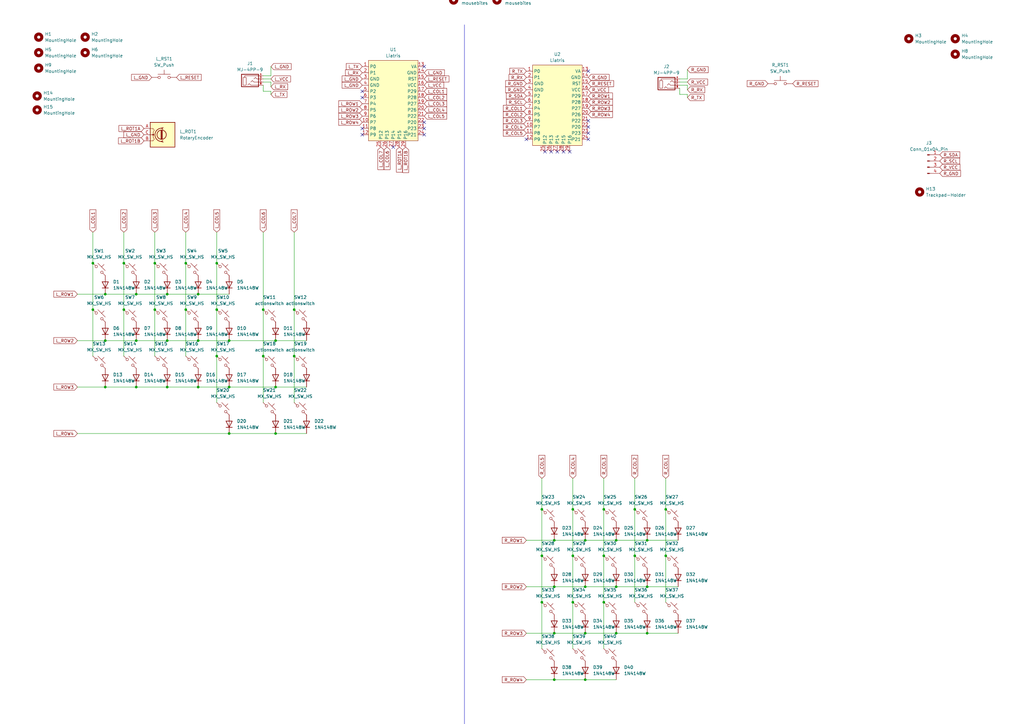
<source format=kicad_sch>
(kicad_sch (version 20230121) (generator eeschema)
  (paper "A3")
  (lib_symbols
    (symbol "Connector:Conn_01x04_Pin" (pin_names (offset 1.016) hide)
      (property "Reference" "J" (at 0 5.08 0))
      (property "Value" "Conn_01x04_Pin" (at 0 -7.62 0))
      (symbol "Conn_01x04_Pin_1_1"
        (pin passive line (at 5.08 2.54 180) (length 3.81) (name "Pin_1") (number "1"))
        (pin passive line (at 5.08 0 180) (length 3.81) (name "Pin_2") (number "2"))
        (pin passive line (at 5.08 -2.54 180) (length 3.81) (name "Pin_3") (number "3"))
        (pin passive line (at 5.08 -5.08 180) (length 3.81) (name "Pin_4") (number "4"))
      )
    )
    (symbol "Device:RotaryEncoder" (pin_names (offset 0.254) hide)
      (property "Reference" "SW" (at 0 6.604 0))
      (property "Value" "RotaryEncoder" (at 0 -6.604 0))
      (symbol "RotaryEncoder_1_1"
        (pin passive line (at -7.62 2.54 0) (length 2.54) (name "A") (number "A"))
        (pin passive line (at -7.62 -2.54 0) (length 2.54) (name "B") (number "B"))
        (pin passive line (at -7.62 0 0) (length 2.54) (name "C") (number "C"))
      )
    )
    (symbol "Diode:1N4148W" (pin_numbers hide) (pin_names hide)
      (property "Reference" "D" (at 0 2.54 0))
      (property "Value" "1N4148W" (at 0 -2.54 0))
      (symbol "1N4148W_1_1"
        (pin passive line (at -3.81 0 0) (length 2.54) (name "K") (number "1"))
        (pin passive line (at 3.81 0 180) (length 2.54) (name "A") (number "2"))
      )
    )
    (symbol "Mechanical:MountingHole" (pin_names (offset 1.016))
      (property "Reference" "H" (at 0 5.08 0))
      (property "Value" "MountingHole" (at 0 3.175 0))
    )
    (symbol "Switch:SW_Push" (pin_numbers hide) (pin_names (offset 1.016) hide)
      (property "Reference" "SW" (at 1.27 2.54 0))
      (property "Value" "SW_Push" (at 0 -1.524 0))
      (symbol "SW_Push_0_1"
        (pin passive line (at -5.08 0 0) (length 2.54) (name "1") (number "1"))
        (pin passive line (at 5.08 0 180) (length 2.54) (name "2") (number "2"))
      )
    )
    (symbol "marbastlib-promicroish:Liatris" (in_bom no)
      (property "Reference" "U" (at 0 20.32 0))
      (property "Value" "Liatris" (at 0 17.78 0))
      (symbol "Liatris_0_0"
        (pin bidirectional line (at -12.7 13.97 0) (length 2.54) (name "P0") (number "1"))
        (pin bidirectional line (at -12.7 -8.89 0) (length 2.54) (name "P7") (number "10"))
        (pin bidirectional line (at -12.7 -11.43 0) (length 2.54) (name "P8") (number "11"))
        (pin bidirectional line (at -12.7 -13.97 0) (length 2.54) (name "P9") (number "12"))
        (pin power_out line (at 12.7 11.43 180) (length 2.54) (name "GND") (number "14"))
        (pin bidirectional line (at 12.7 8.89 180) (length 2.54) (name "RST") (number "15"))
        (pin bidirectional line (at 12.7 3.81 180) (length 2.54) (name "P29") (number "17"))
        (pin bidirectional line (at 12.7 1.27 180) (length 2.54) (name "P28") (number "18"))
        (pin bidirectional line (at 12.7 -1.27 180) (length 2.54) (name "P27") (number "19"))
        (pin bidirectional line (at -12.7 11.43 0) (length 2.54) (name "P1") (number "2"))
        (pin bidirectional line (at 12.7 -3.81 180) (length 2.54) (name "P26") (number "20"))
        (pin bidirectional line (at 12.7 -6.35 180) (length 2.54) (name "P22") (number "21"))
        (pin bidirectional line (at 12.7 -8.89 180) (length 2.54) (name "P20") (number "22"))
        (pin bidirectional line (at 12.7 -11.43 180) (length 2.54) (name "P23") (number "23"))
        (pin bidirectional line (at 12.7 -13.97 180) (length 2.54) (name "P21") (number "24"))
        (pin power_out line (at -12.7 8.89 0) (length 2.54) (name "GND") (number "3"))
        (pin power_out line (at -12.7 6.35 0) (length 2.54) (name "GND") (number "4"))
        (pin bidirectional line (at -12.7 3.81 0) (length 2.54) (name "P2") (number "5"))
        (pin bidirectional line (at -12.7 1.27 0) (length 2.54) (name "P3") (number "6"))
        (pin bidirectional line (at -12.7 -1.27 0) (length 2.54) (name "P4") (number "7"))
        (pin bidirectional line (at -12.7 -3.81 0) (length 2.54) (name "P5") (number "8"))
        (pin bidirectional line (at -12.7 -6.35 0) (length 2.54) (name "P6") (number "9"))
      )
      (symbol "Liatris_1_0"
        (pin power_out line (at 12.7 13.97 180) (length 2.54) (name "VA") (number "13"))
        (pin power_out line (at 12.7 6.35 180) (length 2.54) (name "VCC") (number "16"))
        (pin bidirectional line (at -5.08 -19.05 90) (length 2.54) (name "P12") (number "25"))
        (pin bidirectional line (at -2.54 -19.05 90) (length 2.54) (name "P13") (number "26"))
        (pin bidirectional line (at 0 -19.05 90) (length 2.54) (name "P14") (number "27"))
        (pin bidirectional line (at 2.54 -19.05 90) (length 2.54) (name "P15") (number "28"))
        (pin bidirectional line (at 5.08 -19.05 90) (length 2.54) (name "P16") (number "29"))
      )
    )
    (symbol "sepp:MJ-4PP-9" (pin_names (offset 1.016))
      (property "Reference" "J" (at 0 3.81 0))
      (property "Value" "MJ-4PP-9" (at 0 -3.81 0))
      (symbol "MJ-4PP-9_1_1"
        (pin input line (at 5.08 1.905 180) (length 2.0066) (name "~") (number "A"))
        (pin input line (at 5.08 -1.905 180) (length 2.0066) (name "~") (number "B"))
        (pin input line (at 5.08 -0.635 180) (length 2.0066) (name "~") (number "C"))
        (pin input line (at 5.08 0.635 180) (length 2.0066) (name "~") (number "D"))
      )
    )
    (symbol "sepp:MX_SW_HS" (pin_numbers hide) (pin_names (offset 1.016) hide)
      (property "Reference" "SW" (at 3.048 1.016 0))
      (property "Value" "MX_SW_HS" (at 0 -3.81 0))
      (symbol "MX_SW_HS_0_1"
        (pin passive line (at -2.54 2.54 0) (length 0) (name "1") (number "1"))
        (pin passive line (at 2.54 -2.54 180) (length 0) (name "2") (number "2"))
      )
    )
    (symbol "sepp:actionswitch" (pin_numbers hide) (pin_names (offset 1.016) hide)
      (property "Reference" "SW" (at 3.048 1.016 0))
      (property "Value" "actionswitch" (at 0 -3.81 0))
      (symbol "actionswitch_0_1"
        (pin passive line (at -2.54 2.54 0) (length 0) (name "1") (number "1"))
        (pin passive line (at 2.54 -2.54 180) (length 0) (name "2") (number "2"))
      )
    )
    (symbol "sepp:mousebites" (pin_names (offset 1.016))
      (property "Reference" "H" (at 0 5.08 0))
      (property "Value" "mousebites" (at 0 3.175 0))
    )
  )
  (junction (at 265.43 240.665))
  (junction (at 81.28 120.65))
  (junction (at 247.65 208.915))
  (junction (at 227.33 240.665))
  (junction (at 38.1 107.95))
  (junction (at 252.73 259.715))
  (junction (at 68.58 139.7))
  (junction (at 76.2 107.95))
  (junction (at 50.8 127))
  (junction (at 252.73 221.615))
  (junction (at 107.95 146.05))
  (junction (at 76.2 127))
  (junction (at 55.88 120.65))
  (junction (at 240.03 221.615))
  (junction (at 93.98 177.8))
  (junction (at 252.73 240.665))
  (junction (at 273.05 227.965))
  (junction (at 63.5 107.95))
  (junction (at 88.9 146.05))
  (junction (at 55.88 139.7))
  (junction (at 120.65 127))
  (junction (at 68.58 120.65))
  (junction (at 50.8 107.95))
  (junction (at 247.65 247.015))
  (junction (at 222.25 247.015))
  (junction (at 222.25 208.915))
  (junction (at 234.95 227.965))
  (junction (at 93.98 139.7))
  (junction (at 93.98 158.75))
  (junction (at 63.5 127))
  (junction (at 38.1 127))
  (junction (at 240.03 278.765))
  (junction (at 43.18 139.7))
  (junction (at 120.65 146.05))
  (junction (at 227.33 259.715))
  (junction (at 222.25 227.965))
  (junction (at 240.03 240.665))
  (junction (at 240.03 259.715))
  (junction (at 234.95 247.015))
  (junction (at 43.18 158.75))
  (junction (at 81.28 158.75))
  (junction (at 265.43 259.715))
  (junction (at 68.58 158.75))
  (junction (at 234.95 208.915))
  (junction (at 55.88 158.75))
  (junction (at 88.9 107.95))
  (junction (at 43.18 120.65))
  (junction (at 113.03 177.8))
  (junction (at 265.43 221.615))
  (junction (at 247.65 227.965))
  (junction (at 260.35 208.915))
  (junction (at 113.03 139.7))
  (junction (at 107.95 127))
  (junction (at 260.35 227.965))
  (junction (at 81.28 139.7))
  (junction (at 88.9 127))
  (junction (at 113.03 158.75))
  (junction (at 227.33 278.765))
  (junction (at 227.33 221.615))
  (junction (at 273.05 208.915))
  (no_connect (at 241.3 49.53))
  (no_connect (at 233.68 62.23))
  (no_connect (at 173.99 27.305))
  (no_connect (at 173.99 55.245))
  (no_connect (at 173.99 50.165))
  (no_connect (at 161.29 60.325))
  (no_connect (at 215.9 57.15))
  (no_connect (at 226.06 62.23))
  (no_connect (at 148.59 52.705))
  (no_connect (at 228.6 62.23))
  (no_connect (at 173.99 52.705))
  (no_connect (at 148.59 55.245))
  (no_connect (at 223.52 62.23))
  (no_connect (at 148.59 40.005))
  (no_connect (at 148.59 37.465))
  (no_connect (at 241.3 29.21))
  (no_connect (at 241.3 52.07))
  (no_connect (at 241.3 57.15))
  (no_connect (at 241.3 54.61))
  (no_connect (at 231.14 62.23))
  (wire (pts (xy 88.9 127) (xy 88.9 146.05)))
  (wire (pts (xy 120.65 146.05) (xy 120.65 165.1)))
  (wire (pts (xy 68.58 139.7) (xy 81.28 139.7)))
  (wire (pts (xy 111.125 27.305) (xy 111.125 31.115)))
  (wire (pts (xy 247.65 247.015) (xy 247.65 266.065)))
  (wire (pts (xy 265.43 221.615) (xy 278.13 221.615)))
  (wire (pts (xy 227.33 259.715) (xy 240.03 259.715)))
  (wire (pts (xy 222.25 196.215) (xy 222.25 208.915)))
  (wire (pts (xy 31.75 158.75) (xy 43.18 158.75)))
  (wire (pts (xy 107.95 37.465) (xy 107.95 34.925)))
  (wire (pts (xy 265.43 240.665) (xy 278.13 240.665)))
  (wire (pts (xy 247.65 208.915) (xy 247.65 227.965)))
  (wire (pts (xy 38.1 95.25) (xy 38.1 107.95)))
  (wire (pts (xy 81.28 139.7) (xy 93.98 139.7)))
  (wire (pts (xy 76.2 107.95) (xy 76.2 127)))
  (wire (pts (xy 215.9 221.615) (xy 227.33 221.615)))
  (wire (pts (xy 234.95 196.215) (xy 234.95 208.915)))
  (wire (pts (xy 252.73 221.615) (xy 265.43 221.615)))
  (wire (pts (xy 93.98 158.75) (xy 113.03 158.75)))
  (wire (pts (xy 111.125 35.56) (xy 111.125 33.655)))
  (wire (pts (xy 111.125 33.655) (xy 107.95 33.655)))
  (wire (pts (xy 43.18 120.65) (xy 55.88 120.65)))
  (wire (pts (xy 111.125 38.735) (xy 111.125 37.465)))
  (wire (pts (xy 107.95 127) (xy 107.95 146.05)))
  (wire (pts (xy 240.03 259.715) (xy 252.73 259.715)))
  (wire (pts (xy 93.98 177.8) (xy 113.03 177.8)))
  (wire (pts (xy 111.125 31.115) (xy 107.95 31.115)))
  (wire (pts (xy 88.9 95.25) (xy 88.9 107.95)))
  (wire (pts (xy 281.94 33.655) (xy 278.765 33.655)))
  (wire (pts (xy 222.25 247.015) (xy 222.25 266.065)))
  (wire (pts (xy 281.94 32.385) (xy 278.765 32.385)))
  (wire (pts (xy 273.05 196.215) (xy 273.05 208.915)))
  (polyline (pts (xy 190.5 10.16) (xy 190.5 300.99)))
  (wire (pts (xy 281.94 36.83) (xy 281.94 34.925)))
  (wire (pts (xy 113.03 158.75) (xy 125.73 158.75)))
  (wire (pts (xy 76.2 127) (xy 76.2 146.05)))
  (wire (pts (xy 76.2 95.25) (xy 76.2 107.95)))
  (wire (pts (xy 50.8 107.95) (xy 50.8 127)))
  (wire (pts (xy 281.94 38.735) (xy 278.765 38.735)))
  (wire (pts (xy 247.65 227.965) (xy 247.65 247.015)))
  (wire (pts (xy 227.33 221.615) (xy 240.03 221.615)))
  (wire (pts (xy 227.33 240.665) (xy 240.03 240.665)))
  (wire (pts (xy 120.65 95.25) (xy 120.65 127)))
  (wire (pts (xy 63.5 107.95) (xy 63.5 127)))
  (wire (pts (xy 215.9 259.715) (xy 227.33 259.715)))
  (wire (pts (xy 113.03 177.8) (xy 125.73 177.8)))
  (wire (pts (xy 31.75 120.65) (xy 43.18 120.65)))
  (wire (pts (xy 113.03 139.7) (xy 125.73 139.7)))
  (wire (pts (xy 215.9 278.765) (xy 227.33 278.765)))
  (wire (pts (xy 260.35 196.215) (xy 260.35 208.915)))
  (wire (pts (xy 234.95 227.965) (xy 234.95 247.015)))
  (wire (pts (xy 63.5 95.25) (xy 63.5 107.95)))
  (wire (pts (xy 222.25 227.965) (xy 222.25 247.015)))
  (wire (pts (xy 81.28 120.65) (xy 93.98 120.65)))
  (wire (pts (xy 227.33 278.765) (xy 240.03 278.765)))
  (wire (pts (xy 222.25 208.915) (xy 222.25 227.965)))
  (wire (pts (xy 81.28 158.75) (xy 93.98 158.75)))
  (wire (pts (xy 111.125 32.385) (xy 107.95 32.385)))
  (wire (pts (xy 38.1 127) (xy 38.1 146.05)))
  (wire (pts (xy 93.98 139.7) (xy 113.03 139.7)))
  (wire (pts (xy 107.95 95.25) (xy 107.95 127)))
  (wire (pts (xy 281.94 40.005) (xy 281.94 38.735)))
  (wire (pts (xy 55.88 158.75) (xy 68.58 158.75)))
  (wire (pts (xy 247.65 196.215) (xy 247.65 208.915)))
  (wire (pts (xy 55.88 120.65) (xy 68.58 120.65)))
  (wire (pts (xy 273.05 227.965) (xy 273.05 247.015)))
  (wire (pts (xy 120.65 127) (xy 120.65 146.05)))
  (wire (pts (xy 240.03 278.765) (xy 252.73 278.765)))
  (wire (pts (xy 240.03 240.665) (xy 252.73 240.665)))
  (wire (pts (xy 252.73 240.665) (xy 265.43 240.665)))
  (wire (pts (xy 50.8 127) (xy 50.8 146.05)))
  (wire (pts (xy 252.73 259.715) (xy 265.43 259.715)))
  (wire (pts (xy 88.9 107.95) (xy 88.9 127)))
  (wire (pts (xy 240.03 221.615) (xy 252.73 221.615)))
  (wire (pts (xy 43.18 158.75) (xy 55.88 158.75)))
  (wire (pts (xy 111.125 37.465) (xy 107.95 37.465)))
  (wire (pts (xy 265.43 259.715) (xy 278.13 259.715)))
  (wire (pts (xy 234.95 208.915) (xy 234.95 227.965)))
  (wire (pts (xy 278.765 38.735) (xy 278.765 36.195)))
  (wire (pts (xy 234.95 247.015) (xy 234.95 266.065)))
  (wire (pts (xy 31.75 177.8) (xy 93.98 177.8)))
  (wire (pts (xy 68.58 158.75) (xy 81.28 158.75)))
  (wire (pts (xy 273.05 208.915) (xy 273.05 227.965)))
  (wire (pts (xy 38.1 107.95) (xy 38.1 127)))
  (wire (pts (xy 215.9 240.665) (xy 227.33 240.665)))
  (wire (pts (xy 281.94 28.575) (xy 281.94 32.385)))
  (wire (pts (xy 260.35 227.965) (xy 260.35 247.015)))
  (wire (pts (xy 107.95 146.05) (xy 107.95 165.1)))
  (wire (pts (xy 43.18 139.7) (xy 55.88 139.7)))
  (wire (pts (xy 281.94 34.925) (xy 278.765 34.925)))
  (wire (pts (xy 31.75 139.7) (xy 43.18 139.7)))
  (wire (pts (xy 55.88 139.7) (xy 68.58 139.7)))
  (wire (pts (xy 68.58 120.65) (xy 81.28 120.65)))
  (wire (pts (xy 260.35 208.915) (xy 260.35 227.965)))
  (wire (pts (xy 88.9 146.05) (xy 88.9 165.1)))
  (wire (pts (xy 50.8 95.25) (xy 50.8 107.95)))
  (wire (pts (xy 63.5 127) (xy 63.5 146.05)))
  (global_label "R_ROW1" (shape input) (at 215.9 221.615 180) (property "Intersheetrefs" "${INTERSHEET_REFS}" (effects hide)))
  (global_label "R_VCC" (shape input) (at 281.94 33.655 0) (property "Intersheetrefs" "${INTERSHEET_REFS}" (effects hide)))
  (global_label "R_COL5" (shape input) (at 215.9 54.61 180) (property "Intersheetrefs" "${INTERSHEET_REFS}" (effects hide)))
  (global_label "L_ROW2" (shape input) (at 31.75 139.7 180) (property "Intersheetrefs" "${INTERSHEET_REFS}" (effects hide)))
  (global_label "L_COL4" (shape input) (at 76.2 95.25 90) (property "Intersheetrefs" "${INTERSHEET_REFS}" (effects hide)))
  (global_label "R_ROW4" (shape input) (at 215.9 278.765 180) (property "Intersheetrefs" "${INTERSHEET_REFS}" (effects hide)))
  (global_label "L_GND" (shape input) (at 59.055 55.245 180) (property "Intersheetrefs" "${INTERSHEET_REFS}" (effects hide)))
  (global_label "R_COL1" (shape input) (at 215.9 44.45 180) (property "Intersheetrefs" "${INTERSHEET_REFS}" (effects hide)))
  (global_label "R_COL2" (shape input) (at 260.35 196.215 90) (property "Intersheetrefs" "${INTERSHEET_REFS}" (effects hide)))
  (global_label "L_TX" (shape input) (at 111.125 38.735 0) (property "Intersheetrefs" "${INTERSHEET_REFS}" (effects hide)))
  (global_label "L_ROT1A" (shape input) (at 163.83 60.325 270) (property "Intersheetrefs" "${INTERSHEET_REFS}" (effects hide)))
  (global_label "L_RESET" (shape input) (at 173.99 32.385 0) (property "Intersheetrefs" "${INTERSHEET_REFS}" (effects hide)))
  (global_label "L_COL5" (shape input) (at 173.99 47.625 0) (property "Intersheetrefs" "${INTERSHEET_REFS}" (effects hide)))
  (global_label "L_COL6" (shape input) (at 158.75 60.325 270) (property "Intersheetrefs" "${INTERSHEET_REFS}" (effects hide)))
  (global_label "L_ROW3" (shape input) (at 31.75 158.75 180) (property "Intersheetrefs" "${INTERSHEET_REFS}" (effects hide)))
  (global_label "L_TX" (shape input) (at 148.59 27.305 180) (property "Intersheetrefs" "${INTERSHEET_REFS}" (effects hide)))
  (global_label "R_GND" (shape input) (at 215.9 34.29 180) (property "Intersheetrefs" "${INTERSHEET_REFS}" (effects hide)))
  (global_label "R_VCC" (shape input) (at 385.445 68.58 0) (property "Intersheetrefs" "${INTERSHEET_REFS}" (effects hide)))
  (global_label "L_COL6" (shape input) (at 107.95 95.25 90) (property "Intersheetrefs" "${INTERSHEET_REFS}" (effects hide)))
  (global_label "L_COL3" (shape input) (at 63.5 95.25 90) (property "Intersheetrefs" "${INTERSHEET_REFS}" (effects hide)))
  (global_label "L_GND" (shape input) (at 148.59 34.925 180) (property "Intersheetrefs" "${INTERSHEET_REFS}" (effects hide)))
  (global_label "R_COL5" (shape input) (at 222.25 196.215 90) (property "Intersheetrefs" "${INTERSHEET_REFS}" (effects hide)))
  (global_label "R_TX" (shape input) (at 215.9 29.21 180) (property "Intersheetrefs" "${INTERSHEET_REFS}" (effects hide)))
  (global_label "L_VCC" (shape input) (at 111.125 32.385 0) (property "Intersheetrefs" "${INTERSHEET_REFS}" (effects hide)))
  (global_label "R_RX" (shape input) (at 281.94 36.83 0) (property "Intersheetrefs" "${INTERSHEET_REFS}" (effects hide)))
  (global_label "R_COL1" (shape input) (at 273.05 196.215 90) (property "Intersheetrefs" "${INTERSHEET_REFS}" (effects hide)))
  (global_label "R_GND" (shape input) (at 385.445 71.12 0) (property "Intersheetrefs" "${INTERSHEET_REFS}" (effects hide)))
  (global_label "L_ROW1" (shape input) (at 148.59 42.545 180) (property "Intersheetrefs" "${INTERSHEET_REFS}" (effects hide)))
  (global_label "L_ROW2" (shape input) (at 148.59 45.085 180) (property "Intersheetrefs" "${INTERSHEET_REFS}" (effects hide)))
  (global_label "R_ROW2" (shape input) (at 241.3 41.91 0) (property "Intersheetrefs" "${INTERSHEET_REFS}" (effects hide)))
  (global_label "L_COL3" (shape input) (at 173.99 42.545 0) (property "Intersheetrefs" "${INTERSHEET_REFS}" (effects hide)))
  (global_label "R_VCC" (shape input) (at 241.3 36.83 0) (property "Intersheetrefs" "${INTERSHEET_REFS}" (effects hide)))
  (global_label "R_COL4" (shape input) (at 215.9 52.07 180) (property "Intersheetrefs" "${INTERSHEET_REFS}" (effects hide)))
  (global_label "L_GND" (shape input) (at 111.125 27.305 0) (property "Intersheetrefs" "${INTERSHEET_REFS}" (effects hide)))
  (global_label "L_ROW3" (shape input) (at 148.59 47.625 180) (property "Intersheetrefs" "${INTERSHEET_REFS}" (effects hide)))
  (global_label "L_COL5" (shape input) (at 88.9 95.25 90) (property "Intersheetrefs" "${INTERSHEET_REFS}" (effects hide)))
  (global_label "R_ROW2" (shape input) (at 215.9 240.665 180) (property "Intersheetrefs" "${INTERSHEET_REFS}" (effects hide)))
  (global_label "L_ROT1B" (shape input) (at 166.37 60.325 270) (property "Intersheetrefs" "${INTERSHEET_REFS}" (effects hide)))
  (global_label "L_COL2" (shape input) (at 50.8 95.25 90) (property "Intersheetrefs" "${INTERSHEET_REFS}" (effects hide)))
  (global_label "R_GND" (shape input) (at 215.9 36.83 180) (property "Intersheetrefs" "${INTERSHEET_REFS}" (effects hide)))
  (global_label "L_VCC" (shape input) (at 173.99 34.925 0) (property "Intersheetrefs" "${INTERSHEET_REFS}" (effects hide)))
  (global_label "L_RX" (shape input) (at 148.59 29.845 180) (property "Intersheetrefs" "${INTERSHEET_REFS}" (effects hide)))
  (global_label "L_GND" (shape input) (at 148.59 32.385 180) (property "Intersheetrefs" "${INTERSHEET_REFS}" (effects hide)))
  (global_label "L_ROW4" (shape input) (at 31.75 177.8 180) (property "Intersheetrefs" "${INTERSHEET_REFS}" (effects hide)))
  (global_label "R_GND" (shape input) (at 241.3 31.75 0) (property "Intersheetrefs" "${INTERSHEET_REFS}" (effects hide)))
  (global_label "L_RESET" (shape input) (at 72.39 31.75 0) (property "Intersheetrefs" "${INTERSHEET_REFS}" (effects hide)))
  (global_label "L_COL4" (shape input) (at 173.99 45.085 0) (property "Intersheetrefs" "${INTERSHEET_REFS}" (effects hide)))
  (global_label "L_GND" (shape input) (at 173.99 29.845 0) (property "Intersheetrefs" "${INTERSHEET_REFS}" (effects hide)))
  (global_label "L_COL2" (shape input) (at 173.99 40.005 0) (property "Intersheetrefs" "${INTERSHEET_REFS}" (effects hide)))
  (global_label "R_RESET" (shape input) (at 325.12 34.29 0) (property "Intersheetrefs" "${INTERSHEET_REFS}" (effects hide)))
  (global_label "R_RX" (shape input) (at 215.9 31.75 180) (property "Intersheetrefs" "${INTERSHEET_REFS}" (effects hide)))
  (global_label "L_RX" (shape input) (at 111.125 35.56 0) (property "Intersheetrefs" "${INTERSHEET_REFS}" (effects hide)))
  (global_label "L_ROW1" (shape input) (at 31.75 120.65 180) (property "Intersheetrefs" "${INTERSHEET_REFS}" (effects hide)))
  (global_label "R_RESET" (shape input) (at 241.3 34.29 0) (property "Intersheetrefs" "${INTERSHEET_REFS}" (effects hide)))
  (global_label "L_COL7" (shape input) (at 120.65 95.25 90) (property "Intersheetrefs" "${INTERSHEET_REFS}" (effects hide)))
  (global_label "R_COL4" (shape input) (at 234.95 196.215 90) (property "Intersheetrefs" "${INTERSHEET_REFS}" (effects hide)))
  (global_label "R_TX" (shape input) (at 281.94 40.005 0) (property "Intersheetrefs" "${INTERSHEET_REFS}" (effects hide)))
  (global_label "R_COL3" (shape input) (at 215.9 49.53 180) (property "Intersheetrefs" "${INTERSHEET_REFS}" (effects hide)))
  (global_label "L_GND" (shape input) (at 62.23 31.75 180) (property "Intersheetrefs" "${INTERSHEET_REFS}" (effects hide)))
  (global_label "R_ROW4" (shape input) (at 241.3 46.99 0) (property "Intersheetrefs" "${INTERSHEET_REFS}" (effects hide)))
  (global_label "L_ROW4" (shape input) (at 148.59 50.165 180) (property "Intersheetrefs" "${INTERSHEET_REFS}" (effects hide)))
  (global_label "L_COL7" (shape input) (at 156.21 60.325 270) (property "Intersheetrefs" "${INTERSHEET_REFS}" (effects hide)))
  (global_label "R_SCL" (shape input) (at 385.445 66.04 0) (property "Intersheetrefs" "${INTERSHEET_REFS}" (effects hide)))
  (global_label "L_ROT1B" (shape input) (at 59.055 57.785 180) (property "Intersheetrefs" "${INTERSHEET_REFS}" (effects hide)))
  (global_label "R_ROW3" (shape input) (at 215.9 259.715 180) (property "Intersheetrefs" "${INTERSHEET_REFS}" (effects hide)))
  (global_label "R_COL2" (shape input) (at 215.9 46.99 180) (property "Intersheetrefs" "${INTERSHEET_REFS}" (effects hide)))
  (global_label "R_ROW3" (shape input) (at 241.3 44.45 0) (property "Intersheetrefs" "${INTERSHEET_REFS}" (effects hide)))
  (global_label "L_ROT1A" (shape input) (at 59.055 52.705 180) (property "Intersheetrefs" "${INTERSHEET_REFS}" (effects hide)))
  (global_label "R_GND" (shape input) (at 281.94 28.575 0) (property "Intersheetrefs" "${INTERSHEET_REFS}" (effects hide)))
  (global_label "R_SCL" (shape input) (at 215.9 41.91 180) (property "Intersheetrefs" "${INTERSHEET_REFS}" (effects hide)))
  (global_label "L_COL1" (shape input) (at 173.99 37.465 0) (property "Intersheetrefs" "${INTERSHEET_REFS}" (effects hide)))
  (global_label "R_ROW1" (shape input) (at 241.3 39.37 0) (property "Intersheetrefs" "${INTERSHEET_REFS}" (effects hide)))
  (global_label "R_GND" (shape input) (at 314.96 34.29 180) (property "Intersheetrefs" "${INTERSHEET_REFS}" (effects hide)))
  (global_label "R_SDA" (shape input) (at 385.445 63.5 0) (property "Intersheetrefs" "${INTERSHEET_REFS}" (effects hide)))
  (global_label "R_SDA" (shape input) (at 215.9 39.37 180) (property "Intersheetrefs" "${INTERSHEET_REFS}" (effects hide)))
  (global_label "L_COL1" (shape input) (at 38.1 95.25 90) (property "Intersheetrefs" "${INTERSHEET_REFS}" (effects hide)))
  (global_label "R_COL3" (shape input) (at 247.65 196.215 90) (property "Intersheetrefs" "${INTERSHEET_REFS}" (effects hide)))
  (symbol (lib_id "Diode:1N4148W") (at 252.73 236.855 90) (unit 1)
    (property "Reference" "D30" (at 255.905 235.585 90) (effects (justify right)))
    (property "Value" "1N4148W" (at 255.905 238.125 90) (effects (justify right)))
    (property "Footprint" "sepp:D_SOD-123" (effects hide))
    (property "Datasheet" "https://www.vishay.com/docs/85748/1n4148w.pdf" (effects hide))
    (property "Sim.Device" "D" (effects hide))
    (property "Sim.Pins" "1=K 2=A" (effects hide))
  )
  (symbol (lib_id "Diode:1N4148W") (at 265.43 255.905 90) (unit 1)
    (property "Reference" "D36" (at 268.605 254.635 90) (effects (justify right)))
    (property "Value" "1N4148W" (at 268.605 257.175 90) (effects (justify right)))
    (property "Footprint" "sepp:D_SOD-123" (effects hide))
    (property "Datasheet" "https://www.vishay.com/docs/85748/1n4148w.pdf" (effects hide))
    (property "Sim.Device" "D" (effects hide))
    (property "Sim.Pins" "1=K 2=A" (effects hide))
  )
  (symbol (lib_id "sepp:actionswitch") (at 110.49 129.54 0) (unit 1)
    (property "Reference" "SW11" (at 110.49 121.92 0))
    (property "Value" "actionswitch" (at 110.49 124.46 0))
    (property "Footprint" "sepp:actionswitch" (effects hide))
  )
  (symbol (lib_id "sepp:MX_SW_HS") (at 40.64 129.54 0) (unit 1)
    (property "Reference" "SW6" (at 40.64 121.92 0))
    (property "Value" "MX_SW_HS" (at 40.64 124.46 0))
    (property "Footprint" "sepp:SW_MX_HS_1u" (effects hide))
  )
  (symbol (lib_id "Diode:1N4148W") (at 113.03 173.99 90) (unit 1)
    (property "Reference" "D21" (at 116.205 172.72 90) (effects (justify right)))
    (property "Value" "1N4148W" (at 116.205 175.26 90) (effects (justify right)))
    (property "Footprint" "sepp:D_SOD-123" (effects hide))
    (property "Datasheet" "https://www.vishay.com/docs/85748/1n4148w.pdf" (effects hide))
    (property "Sim.Device" "D" (effects hide))
    (property "Sim.Pins" "1=K 2=A" (effects hide))
  )
  (symbol (lib_id "Device:RotaryEncoder") (at 66.675 55.245 0) (unit 1)
    (property "Reference" "L_ROT1" (at 73.66 53.975 0) (effects (justify left)))
    (property "Value" "RotaryEncoder" (at 73.66 56.515 0) (effects (justify left)))
    (property "Footprint" "Rotary_Encoder:RotaryEncoder_Alps_EC12E_Vertical_H20mm" (effects hide))
  )
  (symbol (lib_id "sepp:MX_SW_HS") (at 250.19 268.605 0) (unit 1)
    (property "Reference" "SW40" (at 250.19 260.985 0))
    (property "Value" "MX_SW_HS" (at 250.19 263.525 0))
    (property "Footprint" "sepp:SW_MX_HS_1u" (effects hide))
  )
  (symbol (lib_id "sepp:MX_SW_HS") (at 53.34 110.49 0) (unit 1)
    (property "Reference" "SW2" (at 53.34 102.87 0))
    (property "Value" "MX_SW_HS" (at 53.34 105.41 0))
    (property "Footprint" "sepp:SW_MX_HS_1u" (effects hide))
  )
  (symbol (lib_id "Diode:1N4148W") (at 43.18 154.94 90) (unit 1)
    (property "Reference" "D13" (at 46.355 153.67 90) (effects (justify right)))
    (property "Value" "1N4148W" (at 46.355 156.21 90) (effects (justify right)))
    (property "Footprint" "sepp:D_SOD-123" (effects hide))
    (property "Datasheet" "https://www.vishay.com/docs/85748/1n4148w.pdf" (effects hide))
    (property "Sim.Device" "D" (effects hide))
    (property "Sim.Pins" "1=K 2=A" (effects hide))
  )
  (symbol (lib_id "Diode:1N4148W") (at 278.13 217.805 90) (unit 1)
    (property "Reference" "D27" (at 281.305 216.535 90) (effects (justify right)))
    (property "Value" "1N4148W" (at 281.305 219.075 90) (effects (justify right)))
    (property "Footprint" "sepp:D_SOD-123" (effects hide))
    (property "Datasheet" "https://www.vishay.com/docs/85748/1n4148w.pdf" (effects hide))
    (property "Sim.Device" "D" (effects hide))
    (property "Sim.Pins" "1=K 2=A" (effects hide))
  )
  (symbol (lib_id "sepp:MX_SW_HS") (at 91.44 110.49 0) (unit 1)
    (property "Reference" "SW5" (at 91.44 102.87 0))
    (property "Value" "MX_SW_HS" (at 91.44 105.41 0))
    (property "Footprint" "sepp:SW_MX_HS_1u" (effects hide))
  )
  (symbol (lib_id "Diode:1N4148W") (at 265.43 217.805 90) (unit 1)
    (property "Reference" "D26" (at 268.605 216.535 90) (effects (justify right)))
    (property "Value" "1N4148W" (at 268.605 219.075 90) (effects (justify right)))
    (property "Footprint" "sepp:D_SOD-123" (effects hide))
    (property "Datasheet" "https://www.vishay.com/docs/85748/1n4148w.pdf" (effects hide))
    (property "Sim.Device" "D" (effects hide))
    (property "Sim.Pins" "1=K 2=A" (effects hide))
  )
  (symbol (lib_id "Diode:1N4148W") (at 68.58 135.89 90) (unit 1)
    (property "Reference" "D8" (at 71.755 134.62 90) (effects (justify right)))
    (property "Value" "1N4148W" (at 71.755 137.16 90) (effects (justify right)))
    (property "Footprint" "sepp:D_SOD-123" (effects hide))
    (property "Datasheet" "https://www.vishay.com/docs/85748/1n4148w.pdf" (effects hide))
    (property "Sim.Device" "D" (effects hide))
    (property "Sim.Pins" "1=K 2=A" (effects hide))
  )
  (symbol (lib_id "Mechanical:MountingHole") (at 15.875 27.94 0) (unit 1)
    (property "Reference" "H9" (at 18.415 26.67 0) (effects (justify left)))
    (property "Value" "MountingHole" (at 18.415 29.21 0) (effects (justify left)))
    (property "Footprint" "MountingHole:MountingHole_2.2mm_M2_DIN965" (effects hide))
  )
  (symbol (lib_id "marbastlib-promicroish:Liatris") (at 228.6 43.18 0) (unit 1) (in_bom no)
    (property "Reference" "U2" (at 228.6 22.225 0))
    (property "Value" "Liatris" (at 228.6 24.765 0))
    (property "Footprint" "marbastlib-xp-promicroish:Liatris_AH_USBdn" (effects hide))
  )
  (symbol (lib_id "sepp:MX_SW_HS") (at 262.89 249.555 0) (unit 1)
    (property "Reference" "SW36" (at 262.89 241.935 0))
    (property "Value" "MX_SW_HS" (at 262.89 244.475 0))
    (property "Footprint" "sepp:SW_MX_HS_1u" (effects hide))
  )
  (symbol (lib_id "sepp:MX_SW_HS") (at 40.64 148.59 0) (unit 1)
    (property "Reference" "SW13" (at 40.64 140.97 0))
    (property "Value" "MX_SW_HS" (at 40.64 143.51 0))
    (property "Footprint" "sepp:SW_MX_HS_1u" (effects hide))
  )
  (symbol (lib_id "sepp:MX_SW_HS") (at 250.19 230.505 0) (unit 1)
    (property "Reference" "SW30" (at 250.19 222.885 0))
    (property "Value" "MX_SW_HS" (at 250.19 225.425 0))
    (property "Footprint" "sepp:SW_MX_HS_1u" (effects hide))
  )
  (symbol (lib_id "sepp:MX_SW_HS") (at 237.49 211.455 0) (unit 1)
    (property "Reference" "SW24" (at 237.49 203.835 0))
    (property "Value" "MX_SW_HS" (at 237.49 206.375 0))
    (property "Footprint" "sepp:SW_MX_HS_1u" (effects hide))
  )
  (symbol (lib_id "Diode:1N4148W") (at 252.73 274.955 90) (unit 1)
    (property "Reference" "D40" (at 255.905 273.685 90) (effects (justify right)))
    (property "Value" "1N4148W" (at 255.905 276.225 90) (effects (justify right)))
    (property "Footprint" "sepp:D_SOD-123" (effects hide))
    (property "Datasheet" "https://www.vishay.com/docs/85748/1n4148w.pdf" (effects hide))
    (property "Sim.Device" "D" (effects hide))
    (property "Sim.Pins" "1=K 2=A" (effects hide))
  )
  (symbol (lib_id "sepp:MX_SW_HS") (at 224.79 268.605 0) (unit 1)
    (property "Reference" "SW38" (at 224.79 260.985 0))
    (property "Value" "MX_SW_HS" (at 224.79 263.525 0))
    (property "Footprint" "sepp:SW_MX_HS_1u" (effects hide))
  )
  (symbol (lib_id "Diode:1N4148W") (at 227.33 274.955 90) (unit 1)
    (property "Reference" "D38" (at 230.505 273.685 90) (effects (justify right)))
    (property "Value" "1N4148W" (at 230.505 276.225 90) (effects (justify right)))
    (property "Footprint" "sepp:D_SOD-123" (effects hide))
    (property "Datasheet" "https://www.vishay.com/docs/85748/1n4148w.pdf" (effects hide))
    (property "Sim.Device" "D" (effects hide))
    (property "Sim.Pins" "1=K 2=A" (effects hide))
  )
  (symbol (lib_id "Diode:1N4148W") (at 125.73 154.94 90) (unit 1)
    (property "Reference" "D19" (effects hide))
    (property "Value" "1N4148W" (effects hide))
    (property "Footprint" "sepp:D_SOD-123" (effects hide))
    (property "Datasheet" "https://www.vishay.com/docs/85748/1n4148w.pdf" (effects hide))
    (property "Sim.Device" "D" (effects hide))
    (property "Sim.Pins" "1=K 2=A" (effects hide))
  )
  (symbol (lib_id "sepp:MX_SW_HS") (at 250.19 211.455 0) (unit 1)
    (property "Reference" "SW25" (at 250.19 203.835 0))
    (property "Value" "MX_SW_HS" (at 250.19 206.375 0))
    (property "Footprint" "sepp:SW_MX_HS_1u" (effects hide))
  )
  (symbol (lib_id "sepp:MX_SW_HS") (at 66.04 148.59 0) (unit 1)
    (property "Reference" "SW15" (at 66.04 140.97 0))
    (property "Value" "MX_SW_HS" (at 66.04 143.51 0))
    (property "Footprint" "sepp:SW_MX_HS_1u" (effects hide))
  )
  (symbol (lib_id "sepp:MX_SW_HS") (at 110.49 167.64 0) (unit 1)
    (property "Reference" "SW21" (at 110.49 160.02 0))
    (property "Value" "MX_SW_HS" (at 110.49 162.56 0))
    (property "Footprint" "sepp:SW_MX_HS_1u" (effects hide))
  )
  (symbol (lib_id "Diode:1N4148W") (at 227.33 255.905 90) (unit 1)
    (property "Reference" "D33" (at 230.505 254.635 90) (effects (justify right)))
    (property "Value" "1N4148W" (at 230.505 257.175 90) (effects (justify right)))
    (property "Footprint" "sepp:D_SOD-123" (effects hide))
    (property "Datasheet" "https://www.vishay.com/docs/85748/1n4148w.pdf" (effects hide))
    (property "Sim.Device" "D" (effects hide))
    (property "Sim.Pins" "1=K 2=A" (effects hide))
  )
  (symbol (lib_id "Diode:1N4148W") (at 81.28 154.94 90) (unit 1)
    (property "Reference" "D16" (at 84.455 153.67 90) (effects (justify right)))
    (property "Value" "1N4148W" (at 84.455 156.21 90) (effects (justify right)))
    (property "Footprint" "sepp:D_SOD-123" (effects hide))
    (property "Datasheet" "https://www.vishay.com/docs/85748/1n4148w.pdf" (effects hide))
    (property "Sim.Device" "D" (effects hide))
    (property "Sim.Pins" "1=K 2=A" (effects hide))
  )
  (symbol (lib_id "Mechanical:MountingHole") (at 15.875 15.24 0) (unit 1)
    (property "Reference" "H1" (at 18.415 13.97 0) (effects (justify left)))
    (property "Value" "MountingHole" (at 18.415 16.51 0) (effects (justify left)))
    (property "Footprint" "MountingHole:MountingHole_2.2mm_M2_DIN965" (effects hide))
  )
  (symbol (lib_id "sepp:MX_SW_HS") (at 224.79 230.505 0) (unit 1)
    (property "Reference" "SW28" (at 224.79 222.885 0))
    (property "Value" "MX_SW_HS" (at 224.79 225.425 0))
    (property "Footprint" "sepp:SW_MX_HS_1u" (effects hide))
  )
  (symbol (lib_id "sepp:MX_SW_HS") (at 53.34 148.59 0) (unit 1)
    (property "Reference" "SW14" (at 53.34 140.97 0))
    (property "Value" "MX_SW_HS" (at 53.34 143.51 0))
    (property "Footprint" "sepp:SW_MX_HS_1u" (effects hide))
  )
  (symbol (lib_id "Diode:1N4148W") (at 240.03 255.905 90) (unit 1)
    (property "Reference" "D34" (at 243.205 254.635 90) (effects (justify right)))
    (property "Value" "1N4148W" (at 243.205 257.175 90) (effects (justify right)))
    (property "Footprint" "sepp:D_SOD-123" (effects hide))
    (property "Datasheet" "https://www.vishay.com/docs/85748/1n4148w.pdf" (effects hide))
    (property "Sim.Device" "D" (effects hide))
    (property "Sim.Pins" "1=K 2=A" (effects hide))
  )
  (symbol (lib_id "sepp:MX_SW_HS") (at 78.74 148.59 0) (unit 1)
    (property "Reference" "SW16" (at 78.74 140.97 0))
    (property "Value" "MX_SW_HS" (at 78.74 143.51 0))
    (property "Footprint" "sepp:SW_MX_HS_1u" (effects hide))
  )
  (symbol (lib_id "Mechanical:MountingHole") (at 377.19 78.74 0) (unit 1)
    (property "Reference" "H13" (at 379.73 77.47 0) (effects (justify left)))
    (property "Value" "Trackpad-Holder" (at 379.73 80.01 0) (effects (justify left)))
    (property "Footprint" "sepp:abimination-trackpad-holder" (effects hide))
  )
  (symbol (lib_id "Diode:1N4148W") (at 227.33 217.805 90) (unit 1)
    (property "Reference" "D23" (at 230.505 216.535 90) (effects (justify right)))
    (property "Value" "1N4148W" (at 230.505 219.075 90) (effects (justify right)))
    (property "Footprint" "sepp:D_SOD-123" (effects hide))
    (property "Datasheet" "https://www.vishay.com/docs/85748/1n4148w.pdf" (effects hide))
    (property "Sim.Device" "D" (effects hide))
    (property "Sim.Pins" "1=K 2=A" (effects hide))
  )
  (symbol (lib_id "Diode:1N4148W") (at 93.98 173.99 90) (unit 1)
    (property "Reference" "D20" (at 97.155 172.72 90) (effects (justify right)))
    (property "Value" "1N4148W" (at 97.155 175.26 90) (effects (justify right)))
    (property "Footprint" "sepp:D_SOD-123" (effects hide))
    (property "Datasheet" "https://www.vishay.com/docs/85748/1n4148w.pdf" (effects hide))
    (property "Sim.Device" "D" (effects hide))
    (property "Sim.Pins" "1=K 2=A" (effects hide))
  )
  (symbol (lib_id "Diode:1N4148W") (at 252.73 255.905 90) (unit 1)
    (property "Reference" "D35" (at 255.905 254.635 90) (effects (justify right)))
    (property "Value" "1N4148W" (at 255.905 257.175 90) (effects (justify right)))
    (property "Footprint" "sepp:D_SOD-123" (effects hide))
    (property "Datasheet" "https://www.vishay.com/docs/85748/1n4148w.pdf" (effects hide))
    (property "Sim.Device" "D" (effects hide))
    (property "Sim.Pins" "1=K 2=A" (effects hide))
  )
  (symbol (lib_id "sepp:MX_SW_HS") (at 275.59 211.455 0) (unit 1)
    (property "Reference" "SW27" (at 275.59 203.835 0))
    (property "Value" "MX_SW_HS" (at 275.59 206.375 0))
    (property "Footprint" "sepp:SW_MX_HS_1u" (effects hide))
  )
  (symbol (lib_id "sepp:MX_SW_HS") (at 123.19 167.64 0) (unit 1)
    (property "Reference" "SW22" (at 123.19 160.02 0))
    (property "Value" "MX_SW_HS" (at 123.19 162.56 0))
    (property "Footprint" "sepp:SW_MX_HS_1u" (effects hide))
  )
  (symbol (lib_id "sepp:MX_SW_HS") (at 275.59 230.505 0) (unit 1)
    (property "Reference" "SW32" (at 275.59 222.885 0))
    (property "Value" "MX_SW_HS" (at 275.59 225.425 0))
    (property "Footprint" "sepp:SW_MX_HS_1u" (effects hide))
  )
  (symbol (lib_id "Mechanical:MountingHole") (at 34.925 15.24 0) (unit 1)
    (property "Reference" "H2" (at 37.465 13.97 0) (effects (justify left)))
    (property "Value" "MountingHole" (at 37.465 16.51 0) (effects (justify left)))
    (property "Footprint" "MountingHole:MountingHole_2.2mm_M2_DIN965" (effects hide))
  )
  (symbol (lib_id "sepp:actionswitch") (at 123.19 148.59 0) (unit 1)
    (property "Reference" "SW19" (at 123.19 140.97 0))
    (property "Value" "actionswitch" (at 123.19 143.51 0))
    (property "Footprint" "sepp:actionswitch" (effects hide))
  )
  (symbol (lib_id "sepp:MX_SW_HS") (at 91.44 148.59 0) (unit 1)
    (property "Reference" "SW17" (at 91.44 140.97 0))
    (property "Value" "MX_SW_HS" (at 91.44 143.51 0))
    (property "Footprint" "sepp:SW_MX_HS_1u" (effects hide))
  )
  (symbol (lib_id "Diode:1N4148W") (at 68.58 116.84 90) (unit 1)
    (property "Reference" "D3" (at 71.755 115.57 90) (effects (justify right)))
    (property "Value" "1N4148W" (at 71.755 118.11 90) (effects (justify right)))
    (property "Footprint" "sepp:D_SOD-123" (effects hide))
    (property "Datasheet" "https://www.vishay.com/docs/85748/1n4148w.pdf" (effects hide))
    (property "Sim.Device" "D" (effects hide))
    (property "Sim.Pins" "1=K 2=A" (effects hide))
  )
  (symbol (lib_id "sepp:MJ-4PP-9") (at 273.685 34.29 0) (unit 1)
    (property "Reference" "J2" (at 273.3675 27.305 0))
    (property "Value" "MJ-4PP-9" (at 273.3675 29.845 0))
    (property "Footprint" "sepp:MJ-4PP-9" (effects hide))
  )
  (symbol (lib_id "sepp:MX_SW_HS") (at 66.04 129.54 0) (unit 1)
    (property "Reference" "SW8" (at 66.04 121.92 0))
    (property "Value" "MX_SW_HS" (at 66.04 124.46 0))
    (property "Footprint" "sepp:SW_MX_HS_1u" (effects hide))
  )
  (symbol (lib_id "sepp:MX_SW_HS") (at 78.74 129.54 0) (unit 1)
    (property "Reference" "SW9" (at 78.74 121.92 0))
    (property "Value" "MX_SW_HS" (at 78.74 124.46 0))
    (property "Footprint" "sepp:SW_MX_HS_1u" (effects hide))
  )
  (symbol (lib_id "Switch:SW_Push") (at 320.04 34.29 0) (unit 1)
    (property "Reference" "R_RST1" (at 320.04 26.67 0))
    (property "Value" "SW_Push" (at 320.04 29.21 0))
    (property "Footprint" "marbastlib-various:SW_SKHLLCA010" (effects hide))
  )
  (symbol (lib_id "Diode:1N4148W") (at 93.98 116.84 90) (unit 1)
    (property "Reference" "D5" (at 97.155 115.57 90) (effects (justify right)))
    (property "Value" "1N4148W" (at 97.155 118.11 90) (effects (justify right)))
    (property "Footprint" "sepp:D_SOD-123" (effects hide))
    (property "Datasheet" "https://www.vishay.com/docs/85748/1n4148w.pdf" (effects hide))
    (property "Sim.Device" "D" (effects hide))
    (property "Sim.Pins" "1=K 2=A" (effects hide))
  )
  (symbol (lib_id "Diode:1N4148W") (at 125.73 173.99 90) (unit 1)
    (property "Reference" "D22" (at 128.905 172.72 90) (effects (justify right)))
    (property "Value" "1N4148W" (at 128.905 175.26 90) (effects (justify right)))
    (property "Footprint" "sepp:D_SOD-123" (effects hide))
    (property "Datasheet" "https://www.vishay.com/docs/85748/1n4148w.pdf" (effects hide))
    (property "Sim.Device" "D" (effects hide))
    (property "Sim.Pins" "1=K 2=A" (effects hide))
  )
  (symbol (lib_id "Diode:1N4148W") (at 43.18 135.89 90) (unit 1)
    (property "Reference" "D6" (at 46.355 134.62 90) (effects (justify right)))
    (property "Value" "1N4148W" (at 46.355 137.16 90) (effects (justify right)))
    (property "Footprint" "sepp:D_SOD-123" (effects hide))
    (property "Datasheet" "https://www.vishay.com/docs/85748/1n4148w.pdf" (effects hide))
    (property "Sim.Device" "D" (effects hide))
    (property "Sim.Pins" "1=K 2=A" (effects hide))
  )
  (symbol (lib_id "Switch:SW_Push") (at 67.31 31.75 0) (unit 1)
    (property "Reference" "L_RST1" (at 67.31 24.13 0))
    (property "Value" "SW_Push" (at 67.31 26.67 0))
    (property "Footprint" "marbastlib-various:SW_SKHLLCA010" (effects hide))
  )
  (symbol (lib_id "sepp:MJ-4PP-9") (at 102.87 33.02 0) (unit 1)
    (property "Reference" "J1" (at 102.5525 26.035 0))
    (property "Value" "MJ-4PP-9" (at 102.5525 28.575 0))
    (property "Footprint" "sepp:MJ-4PP-9" (effects hide))
  )
  (symbol (lib_id "Diode:1N4148W") (at 265.43 236.855 90) (unit 1)
    (property "Reference" "D31" (at 268.605 235.585 90) (effects (justify right)))
    (property "Value" "1N4148W" (at 268.605 238.125 90) (effects (justify right)))
    (property "Footprint" "sepp:D_SOD-123" (effects hide))
    (property "Datasheet" "https://www.vishay.com/docs/85748/1n4148w.pdf" (effects hide))
    (property "Sim.Device" "D" (effects hide))
    (property "Sim.Pins" "1=K 2=A" (effects hide))
  )
  (symbol (lib_id "Diode:1N4148W") (at 55.88 116.84 90) (unit 1)
    (property "Reference" "D2" (at 59.055 115.57 90) (effects (justify right)))
    (property "Value" "1N4148W" (at 59.055 118.11 90) (effects (justify right)))
    (property "Footprint" "sepp:D_SOD-123" (effects hide))
    (property "Datasheet" "https://www.vishay.com/docs/85748/1n4148w.pdf" (effects hide))
    (property "Sim.Device" "D" (effects hide))
    (property "Sim.Pins" "1=K 2=A" (effects hide))
  )
  (symbol (lib_id "sepp:MX_SW_HS") (at 237.49 249.555 0) (unit 1)
    (property "Reference" "SW34" (at 237.49 241.935 0))
    (property "Value" "MX_SW_HS" (at 237.49 244.475 0))
    (property "Footprint" "sepp:SW_MX_HS_1u" (effects hide))
  )
  (symbol (lib_id "marbastlib-promicroish:Liatris") (at 161.29 41.275 0) (unit 1) (in_bom no)
    (property "Reference" "U1" (at 161.29 20.32 0))
    (property "Value" "Liatris" (at 161.29 22.86 0))
    (property "Footprint" "marbastlib-xp-promicroish:Liatris_AH_USBdn" (effects hide))
  )
  (symbol (lib_id "Diode:1N4148W") (at 55.88 135.89 90) (unit 1)
    (property "Reference" "D7" (at 59.055 134.62 90) (effects (justify right)))
    (property "Value" "1N4148W" (at 59.055 137.16 90) (effects (justify right)))
    (property "Footprint" "sepp:D_SOD-123" (effects hide))
    (property "Datasheet" "https://www.vishay.com/docs/85748/1n4148w.pdf" (effects hide))
    (property "Sim.Device" "D" (effects hide))
    (property "Sim.Pins" "1=K 2=A" (effects hide))
  )
  (symbol (lib_id "Diode:1N4148W") (at 240.03 217.805 90) (unit 1)
    (property "Reference" "D24" (at 243.205 216.535 90) (effects (justify right)))
    (property "Value" "1N4148W" (at 243.205 219.075 90) (effects (justify right)))
    (property "Footprint" "sepp:D_SOD-123" (effects hide))
    (property "Datasheet" "https://www.vishay.com/docs/85748/1n4148w.pdf" (effects hide))
    (property "Sim.Device" "D" (effects hide))
    (property "Sim.Pins" "1=K 2=A" (effects hide))
  )
  (symbol (lib_id "Diode:1N4148W") (at 81.28 116.84 90) (unit 1)
    (property "Reference" "D4" (at 84.455 115.57 90) (effects (justify right)))
    (property "Value" "1N4148W" (at 84.455 118.11 90) (effects (justify right)))
    (property "Footprint" "sepp:D_SOD-123" (effects hide))
    (property "Datasheet" "https://www.vishay.com/docs/85748/1n4148w.pdf" (effects hide))
    (property "Sim.Device" "D" (effects hide))
    (property "Sim.Pins" "1=K 2=A" (effects hide))
  )
  (symbol (lib_id "Mechanical:MountingHole") (at 391.795 22.225 0) (unit 1)
    (property "Reference" "H8" (at 394.335 20.955 0) (effects (justify left)))
    (property "Value" "MountingHole" (at 394.335 23.495 0) (effects (justify left)))
    (property "Footprint" "MountingHole:MountingHole_2.2mm_M2_DIN965" (effects hide))
  )
  (symbol (lib_id "sepp:MX_SW_HS") (at 237.49 230.505 0) (unit 1)
    (property "Reference" "SW29" (at 237.49 222.885 0))
    (property "Value" "MX_SW_HS" (at 237.49 225.425 0))
    (property "Footprint" "sepp:SW_MX_HS_1u" (effects hide))
  )
  (symbol (lib_id "Diode:1N4148W") (at 227.33 236.855 90) (unit 1)
    (property "Reference" "D28" (at 230.505 235.585 90) (effects (justify right)))
    (property "Value" "1N4148W" (at 230.505 238.125 90) (effects (justify right)))
    (property "Footprint" "sepp:D_SOD-123" (effects hide))
    (property "Datasheet" "https://www.vishay.com/docs/85748/1n4148w.pdf" (effects hide))
    (property "Sim.Device" "D" (effects hide))
    (property "Sim.Pins" "1=K 2=A" (effects hide))
  )
  (symbol (lib_id "sepp:MX_SW_HS") (at 224.79 211.455 0) (unit 1)
    (property "Reference" "SW23" (at 224.79 203.835 0))
    (property "Value" "MX_SW_HS" (at 224.79 206.375 0))
    (property "Footprint" "sepp:SW_MX_HS_1u" (effects hide))
  )
  (symbol (lib_id "sepp:MX_SW_HS") (at 78.74 110.49 0) (unit 1)
    (property "Reference" "SW4" (at 78.74 102.87 0))
    (property "Value" "MX_SW_HS" (at 78.74 105.41 0))
    (property "Footprint" "sepp:SW_MX_HS_1u" (effects hide))
  )
  (symbol (lib_id "sepp:actionswitch") (at 110.49 148.59 0) (unit 1)
    (property "Reference" "SW18" (at 110.49 140.97 0))
    (property "Value" "actionswitch" (at 110.49 143.51 0))
    (property "Footprint" "sepp:actionswitch" (effects hide))
  )
  (symbol (lib_id "sepp:MX_SW_HS") (at 262.89 230.505 0) (unit 1)
    (property "Reference" "SW31" (at 262.89 222.885 0))
    (property "Value" "MX_SW_HS" (at 262.89 225.425 0))
    (property "Footprint" "sepp:SW_MX_HS_1u" (effects hide))
  )
  (symbol (lib_id "Diode:1N4148W") (at 81.28 135.89 90) (unit 1)
    (property "Reference" "D9" (at 84.455 134.62 90) (effects (justify right)))
    (property "Value" "1N4148W" (at 84.455 137.16 90) (effects (justify right)))
    (property "Footprint" "sepp:D_SOD-123" (effects hide))
    (property "Datasheet" "https://www.vishay.com/docs/85748/1n4148w.pdf" (effects hide))
    (property "Sim.Device" "D" (effects hide))
    (property "Sim.Pins" "1=K 2=A" (effects hide))
  )
  (symbol (lib_id "Diode:1N4148W") (at 278.13 255.905 90) (unit 1)
    (property "Reference" "D37" (at 281.305 254.635 90) (effects (justify right)))
    (property "Value" "1N4148W" (at 281.305 257.175 90) (effects (justify right)))
    (property "Footprint" "sepp:D_SOD-123" (effects hide))
    (property "Datasheet" "https://www.vishay.com/docs/85748/1n4148w.pdf" (effects hide))
    (property "Sim.Device" "D" (effects hide))
    (property "Sim.Pins" "1=K 2=A" (effects hide))
  )
  (symbol (lib_id "Mechanical:MountingHole") (at 15.24 39.37 0) (unit 1)
    (property "Reference" "H14" (at 17.78 38.1 0) (effects (justify left)))
    (property "Value" "MountingHole" (at 17.78 40.64 0) (effects (justify left)))
    (property "Footprint" "MountingHole:MountingHole_2.2mm_M2_DIN965" (effects hide))
  )
  (symbol (lib_id "Diode:1N4148W") (at 93.98 135.89 90) (unit 1)
    (property "Reference" "D10" (at 97.155 134.62 90) (effects (justify right)))
    (property "Value" "1N4148W" (at 97.155 137.16 90) (effects (justify right)))
    (property "Footprint" "sepp:D_SOD-123" (effects hide))
    (property "Datasheet" "https://www.vishay.com/docs/85748/1n4148w.pdf" (effects hide))
    (property "Sim.Device" "D" (effects hide))
    (property "Sim.Pins" "1=K 2=A" (effects hide))
  )
  (symbol (lib_id "sepp:MX_SW_HS") (at 275.59 249.555 0) (unit 1)
    (property "Reference" "SW37" (at 275.59 241.935 0))
    (property "Value" "MX_SW_HS" (at 275.59 244.475 0))
    (property "Footprint" "sepp:SW_MX_HS_1u" (effects hide))
  )
  (symbol (lib_id "Diode:1N4148W") (at 240.03 236.855 90) (unit 1)
    (property "Reference" "D29" (at 243.205 235.585 90) (effects (justify right)))
    (property "Value" "1N4148W" (at 243.205 238.125 90) (effects (justify right)))
    (property "Footprint" "sepp:D_SOD-123" (effects hide))
    (property "Datasheet" "https://www.vishay.com/docs/85748/1n4148w.pdf" (effects hide))
    (property "Sim.Device" "D" (effects hide))
    (property "Sim.Pins" "1=K 2=A" (effects hide))
  )
  (symbol (lib_id "Diode:1N4148W") (at 68.58 154.94 90) (unit 1)
    (property "Reference" "D15" (at 71.755 153.67 90) (effects (justify right)))
    (property "Value" "1N4148W" (at 71.755 156.21 90) (effects (justify right)))
    (property "Footprint" "sepp:D_SOD-123" (effects hide))
    (property "Datasheet" "https://www.vishay.com/docs/85748/1n4148w.pdf" (effects hide))
    (property "Sim.Device" "D" (effects hide))
    (property "Sim.Pins" "1=K 2=A" (effects hide))
  )
  (symbol (lib_id "Diode:1N4148W") (at 240.03 274.955 90) (unit 1)
    (property "Reference" "D39" (at 243.205 273.685 90) (effects (justify right)))
    (property "Value" "1N4148W" (at 243.205 276.225 90) (effects (justify right)))
    (property "Footprint" "sepp:D_SOD-123" (effects hide))
    (property "Datasheet" "https://www.vishay.com/docs/85748/1n4148w.pdf" (effects hide))
    (property "Sim.Device" "D" (effects hide))
    (property "Sim.Pins" "1=K 2=A" (effects hide))
  )
  (symbol (lib_id "Diode:1N4148W") (at 55.88 154.94 90) (unit 1)
    (property "Reference" "D14" (at 59.055 153.67 90) (effects (justify right)))
    (property "Value" "1N4148W" (at 59.055 156.21 90) (effects (justify right)))
    (property "Footprint" "sepp:D_SOD-123" (effects hide))
    (property "Datasheet" "https://www.vishay.com/docs/85748/1n4148w.pdf" (effects hide))
    (property "Sim.Device" "D" (effects hide))
    (property "Sim.Pins" "1=K 2=A" (effects hide))
  )
  (symbol (lib_id "sepp:MX_SW_HS") (at 40.64 110.49 0) (unit 1)
    (property "Reference" "SW1" (at 40.64 102.87 0))
    (property "Value" "MX_SW_HS" (at 40.64 105.41 0))
    (property "Footprint" "sepp:SW_MX_HS_1u" (effects hide))
  )
  (symbol (lib_id "sepp:MX_SW_HS") (at 91.44 167.64 0) (unit 1)
    (property "Reference" "SW20" (at 91.44 160.02 0))
    (property "Value" "MX_SW_HS" (at 91.44 162.56 0))
    (property "Footprint" "sepp:SW_MX_HS_1u" (effects hide))
  )
  (symbol (lib_id "Diode:1N4148W") (at 93.98 154.94 90) (unit 1)
    (property "Reference" "D17" (at 97.155 153.67 90) (effects (justify right)))
    (property "Value" "1N4148W" (at 97.155 156.21 90) (effects (justify right)))
    (property "Footprint" "sepp:D_SOD-123" (effects hide))
    (property "Datasheet" "https://www.vishay.com/docs/85748/1n4148w.pdf" (effects hide))
    (property "Sim.Device" "D" (effects hide))
    (property "Sim.Pins" "1=K 2=A" (effects hide))
  )
  (symbol (lib_id "sepp:mousebites") (at 186.055 -5.08 0) (unit 1)
    (property "Reference" "H7" (at 189.23 -6.35 0) (effects (justify left)))
    (property "Value" "mousebites" (at 189.23 -3.81 0) (effects (justify left)))
    (property "Footprint" "sepp:breakaway-mousebites" (effects hide))
  )
  (symbol (lib_id "Mechanical:MountingHole") (at 372.745 15.875 0) (unit 1)
    (property "Reference" "H3" (at 375.285 14.605 0) (effects (justify left)))
    (property "Value" "MountingHole" (at 375.285 17.145 0) (effects (justify left)))
    (property "Footprint" "MountingHole:MountingHole_2.2mm_M2_DIN965" (effects hide))
  )
  (symbol (lib_id "Mechanical:MountingHole") (at 34.925 21.59 0) (unit 1)
    (property "Reference" "H6" (at 37.465 20.32 0) (effects (justify left)))
    (property "Value" "MountingHole" (at 37.465 22.86 0) (effects (justify left)))
    (property "Footprint" "MountingHole:MountingHole_2.2mm_M2_DIN965" (effects hide))
  )
  (symbol (lib_id "sepp:MX_SW_HS") (at 224.79 249.555 0) (unit 1)
    (property "Reference" "SW33" (at 224.79 241.935 0))
    (property "Value" "MX_SW_HS" (at 224.79 244.475 0))
    (property "Footprint" "sepp:SW_MX_HS_1u" (effects hide))
  )
  (symbol (lib_id "sepp:MX_SW_HS") (at 91.44 129.54 0) (unit 1)
    (property "Reference" "SW10" (at 91.44 121.92 0))
    (property "Value" "MX_SW_HS" (at 91.44 124.46 0))
    (property "Footprint" "sepp:SW_MX_HS_1u" (effects hide))
  )
  (symbol (lib_id "Diode:1N4148W") (at 113.03 154.94 90) (unit 1)
    (property "Reference" "D18" (at 116.205 153.67 90) (effects (justify right)))
    (property "Value" "1N4148W" (at 116.205 156.21 90) (effects (justify right)))
    (property "Footprint" "sepp:D_SOD-123" (effects hide))
    (property "Datasheet" "https://www.vishay.com/docs/85748/1n4148w.pdf" (effects hide))
    (property "Sim.Device" "D" (effects hide))
    (property "Sim.Pins" "1=K 2=A" (effects hide))
  )
  (symbol (lib_id "Connector:Conn_01x04_Pin") (at 380.365 66.04 0) (unit 1)
    (property "Reference" "J3" (at 381 58.674 0))
    (property "Value" "Conn_01x04_Pin" (at 381 61.214 0))
    (property "Footprint" "sepp:fpc-breakcout-connector" (effects hide))
  )
  (symbol (lib_id "Mechanical:MountingHole") (at 391.795 15.875 0) (unit 1)
    (property "Reference" "H4" (at 394.335 14.605 0) (effects (justify left)))
    (property "Value" "MountingHole" (at 394.335 17.145 0) (effects (justify left)))
    (property "Footprint" "MountingHole:MountingHole_2.2mm_M2_DIN965" (effects hide))
  )
  (symbol (lib_id "Diode:1N4148W") (at 125.73 135.89 90) (unit 1)
    (property "Reference" "D12" (effects hide))
    (property "Value" "1N4148W" (effects hide))
    (property "Footprint" "sepp:D_SOD-123" (effects hide))
    (property "Datasheet" "https://www.vishay.com/docs/85748/1n4148w.pdf" (effects hide))
    (property "Sim.Device" "D" (effects hide))
    (property "Sim.Pins" "1=K 2=A" (effects hide))
  )
  (symbol (lib_id "sepp:mousebites") (at 203.835 -5.08 0) (unit 1)
    (property "Reference" "H11" (at 207.01 -6.35 0) (effects (justify left)))
    (property "Value" "mousebites" (at 207.01 -3.81 0) (effects (justify left)))
    (property "Footprint" "sepp:breakaway-mousebites" (effects hide))
  )
  (symbol (lib_id "Mechanical:MountingHole") (at 15.24 45.085 0) (unit 1)
    (property "Reference" "H15" (at 17.78 43.815 0) (effects (justify left)))
    (property "Value" "MountingHole" (at 17.78 46.355 0) (effects (justify left)))
    (property "Footprint" "MountingHole:MountingHole_2.2mm_M2_DIN965" (effects hide))
  )
  (symbol (lib_id "sepp:MX_SW_HS") (at 250.19 249.555 0) (unit 1)
    (property "Reference" "SW35" (at 250.19 241.935 0))
    (property "Value" "MX_SW_HS" (at 250.19 244.475 0))
    (property "Footprint" "sepp:SW_MX_HS_1u" (effects hide))
  )
  (symbol (lib_id "sepp:MX_SW_HS") (at 237.49 268.605 0) (unit 1)
    (property "Reference" "SW39" (at 237.49 260.985 0))
    (property "Value" "MX_SW_HS" (at 237.49 263.525 0))
    (property "Footprint" "sepp:SW_MX_HS_1u" (effects hide))
  )
  (symbol (lib_id "sepp:MX_SW_HS") (at 53.34 129.54 0) (unit 1)
    (property "Reference" "SW7" (at 53.34 121.92 0))
    (property "Value" "MX_SW_HS" (at 53.34 124.46 0))
    (property "Footprint" "sepp:SW_MX_HS_1u" (effects hide))
  )
  (symbol (lib_id "sepp:MX_SW_HS") (at 66.04 110.49 0) (unit 1)
    (property "Reference" "SW3" (at 66.04 102.87 0))
    (property "Value" "MX_SW_HS" (at 66.04 105.41 0))
    (property "Footprint" "sepp:SW_MX_HS_1u" (effects hide))
  )
  (symbol (lib_id "Diode:1N4148W") (at 43.18 116.84 90) (unit 1)
    (property "Reference" "D1" (at 46.355 115.57 90) (effects (justify right)))
    (property "Value" "1N4148W" (at 46.355 118.11 90) (effects (justify right)))
    (property "Footprint" "sepp:D_SOD-123" (effects hide))
    (property "Datasheet" "https://www.vishay.com/docs/85748/1n4148w.pdf" (effects hide))
    (property "Sim.Device" "D" (effects hide))
    (property "Sim.Pins" "1=K 2=A" (effects hide))
  )
  (symbol (lib_id "Diode:1N4148W") (at 113.03 135.89 90) (unit 1)
    (property "Reference" "D11" (at 116.205 134.62 90) (effects (justify right)))
    (property "Value" "1N4148W" (at 116.205 137.16 90) (effects (justify right)))
    (property "Footprint" "sepp:D_SOD-123" (effects hide))
    (property "Datasheet" "https://www.vishay.com/docs/85748/1n4148w.pdf" (effects hide))
    (property "Sim.Device" "D" (effects hide))
    (property "Sim.Pins" "1=K 2=A" (effects hide))
  )
  (symbol (lib_id "sepp:mousebites") (at 186.055 0 0) (unit 1)
    (property "Reference" "H10" (at 189.23 -1.27 0) (effects (justify left)))
    (property "Value" "mousebites" (at 189.23 1.27 0) (effects (justify left)))
    (property "Footprint" "sepp:breakaway-mousebites" (effects hide))
  )
  (symbol (lib_id "Diode:1N4148W") (at 252.73 217.805 90) (unit 1)
    (property "Reference" "D25" (at 255.905 216.535 90) (effects (justify right)))
    (property "Value" "1N4148W" (at 255.905 219.075 90) (effects (justify right)))
    (property "Footprint" "sepp:D_SOD-123" (effects hide))
    (property "Datasheet" "https://www.vishay.com/docs/85748/1n4148w.pdf" (effects hide))
    (property "Sim.Device" "D" (effects hide))
    (property "Sim.Pins" "1=K 2=A" (effects hide))
  )
  (symbol (lib_id "sepp:actionswitch") (at 123.19 129.54 0) (unit 1)
    (property "Reference" "SW12" (at 123.19 121.92 0))
    (property "Value" "actionswitch" (at 123.19 124.46 0))
    (property "Footprint" "sepp:actionswitch" (effects hide))
  )
  (symbol (lib_id "Diode:1N4148W") (at 278.13 236.855 90) (unit 1)
    (property "Reference" "D32" (at 281.305 235.585 90) (effects (justify right)))
    (property "Value" "1N4148W" (at 281.305 238.125 90) (effects (justify right)))
    (property "Footprint" "sepp:D_SOD-123" (effects hide))
    (property "Datasheet" "https://www.vishay.com/docs/85748/1n4148w.pdf" (effects hide))
    (property "Sim.Device" "D" (effects hide))
    (property "Sim.Pins" "1=K 2=A" (effects hide))
  )
  (symbol (lib_id "sepp:mousebites") (at 203.835 0 0) (unit 1)
    (property "Reference" "H12" (at 207.01 -1.27 0) (effects (justify left)))
    (property "Value" "mousebites" (at 207.01 1.27 0) (effects (justify left)))
    (property "Footprint" "sepp:breakaway-mousebites" (effects hide))
  )
  (symbol (lib_id "Mechanical:MountingHole") (at 15.875 21.59 0) (unit 1)
    (property "Reference" "H5" (at 18.415 20.32 0) (effects (justify left)))
    (property "Value" "MountingHole" (at 18.415 22.86 0) (effects (justify left)))
    (property "Footprint" "MountingHole:MountingHole_2.2mm_M2_DIN965" (effects hide))
  )
  (symbol (lib_id "sepp:MX_SW_HS") (at 262.89 211.455 0) (unit 1)
    (property "Reference" "SW26" (at 262.89 203.835 0))
    (property "Value" "MX_SW_HS" (at 262.89 206.375 0))
    (property "Footprint" "sepp:SW_MX_HS_1u" (effects hide))
  )
)
</source>
